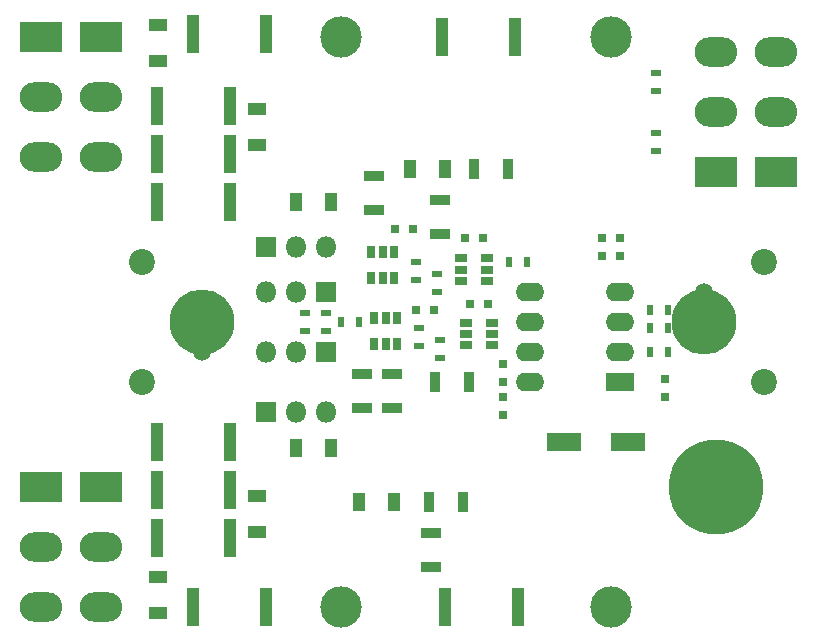
<source format=gbr>
G04 #@! TF.FileFunction,Soldermask,Top*
%FSLAX46Y46*%
G04 Gerber Fmt 4.6, Leading zero omitted, Abs format (unit mm)*
G04 Created by KiCad (PCBNEW 4.0.2-stable) date 10/6/2017 5:38:16 PM*
%MOMM*%
G01*
G04 APERTURE LIST*
%ADD10C,0.100000*%
%ADD11R,1.700000X0.900000*%
%ADD12R,0.900000X0.500000*%
%ADD13R,0.750000X0.800000*%
%ADD14R,3.000000X1.600000*%
%ADD15R,0.800000X0.750000*%
%ADD16R,1.000000X1.600000*%
%ADD17R,1.600000X1.000000*%
%ADD18C,5.500000*%
%ADD19C,1.500000*%
%ADD20C,2.200000*%
%ADD21O,3.600000X2.500000*%
%ADD22R,3.600000X2.500000*%
%ADD23R,1.800000X1.800000*%
%ADD24O,1.800000X1.800000*%
%ADD25R,0.500000X0.900000*%
%ADD26R,1.000000X3.200000*%
%ADD27R,0.900000X1.700000*%
%ADD28R,2.400000X1.600000*%
%ADD29O,2.400000X1.600000*%
%ADD30C,8.000000*%
%ADD31C,3.500000*%
%ADD32R,1.060000X0.650000*%
%ADD33R,0.650000X1.060000*%
G04 APERTURE END LIST*
D10*
D11*
X180594000Y-170868000D03*
X180594000Y-167968000D03*
D12*
X185928000Y-176288000D03*
X185928000Y-177788000D03*
X186182000Y-183376000D03*
X186182000Y-181876000D03*
X204470000Y-165850000D03*
X204470000Y-164350000D03*
X184404000Y-182360000D03*
X184404000Y-180860000D03*
D13*
X205232000Y-186678000D03*
X205232000Y-185178000D03*
D14*
X202090000Y-190500000D03*
X196690000Y-190500000D03*
D13*
X191516000Y-185408000D03*
X191516000Y-183908000D03*
D15*
X199910000Y-174752000D03*
X201410000Y-174752000D03*
D16*
X186666000Y-167386000D03*
X183666000Y-167386000D03*
D13*
X191516000Y-186702000D03*
X191516000Y-188202000D03*
D15*
X199910000Y-173228000D03*
X201410000Y-173228000D03*
D16*
X179348000Y-195580000D03*
X182348000Y-195580000D03*
D15*
X189853000Y-173228000D03*
X188353000Y-173228000D03*
X188734000Y-178816000D03*
X190234000Y-178816000D03*
X183884000Y-172466000D03*
X182384000Y-172466000D03*
X184162000Y-179324000D03*
X185662000Y-179324000D03*
D17*
X170688000Y-198096000D03*
X170688000Y-195096000D03*
X170688000Y-162330000D03*
X170688000Y-165330000D03*
D16*
X174014000Y-170180000D03*
X177014000Y-170180000D03*
X177014000Y-191008000D03*
X174014000Y-191008000D03*
D18*
X208600000Y-180340000D03*
D19*
X208600000Y-177800000D03*
D20*
X213680000Y-175260000D03*
X213680000Y-185420000D03*
D21*
X214630000Y-157480000D03*
X214630000Y-162560000D03*
D22*
X214630000Y-167640000D03*
X209550000Y-167640000D03*
D21*
X209550000Y-162560000D03*
X209550000Y-157480000D03*
X152400000Y-166370000D03*
X152400000Y-161290000D03*
D22*
X152400000Y-156210000D03*
X157480000Y-156210000D03*
D21*
X157480000Y-161290000D03*
X157480000Y-166370000D03*
X152400000Y-204470000D03*
X152400000Y-199390000D03*
D22*
X152400000Y-194310000D03*
X157480000Y-194310000D03*
D21*
X157480000Y-199390000D03*
X157480000Y-204470000D03*
D18*
X166050000Y-180340000D03*
D19*
X166050000Y-182880000D03*
D20*
X160970000Y-185420000D03*
X160970000Y-175260000D03*
D23*
X171450000Y-173990000D03*
D24*
X173990000Y-173990000D03*
X176530000Y-173990000D03*
D23*
X171450000Y-187960000D03*
D24*
X173990000Y-187960000D03*
X176530000Y-187960000D03*
D23*
X176530000Y-177800000D03*
D24*
X173990000Y-177800000D03*
X171450000Y-177800000D03*
D23*
X176530000Y-182880000D03*
D24*
X173990000Y-182880000D03*
X171450000Y-182880000D03*
D25*
X205474000Y-179324000D03*
X203974000Y-179324000D03*
X205474000Y-180848000D03*
X203974000Y-180848000D03*
X205474000Y-182880000D03*
X203974000Y-182880000D03*
D11*
X182118000Y-184732000D03*
X182118000Y-187632000D03*
X179578000Y-187632000D03*
X179578000Y-184732000D03*
D26*
X165302000Y-155956000D03*
X171502000Y-155956000D03*
X171502000Y-204470000D03*
X165302000Y-204470000D03*
D25*
X193536000Y-175260000D03*
X192036000Y-175260000D03*
D12*
X204470000Y-159270000D03*
X204470000Y-160770000D03*
D11*
X186182000Y-170000000D03*
X186182000Y-172900000D03*
D27*
X188140000Y-195580000D03*
X185240000Y-195580000D03*
D12*
X184150000Y-175272000D03*
X184150000Y-176772000D03*
D27*
X188648000Y-185420000D03*
X185748000Y-185420000D03*
D25*
X179312000Y-180340000D03*
X177812000Y-180340000D03*
D26*
X162254000Y-170180000D03*
X168454000Y-170180000D03*
X168454000Y-190500000D03*
X162254000Y-190500000D03*
X162254000Y-166116000D03*
X168454000Y-166116000D03*
X168454000Y-194564000D03*
X162254000Y-194564000D03*
X162254000Y-162052000D03*
X168454000Y-162052000D03*
X168454000Y-198628000D03*
X162254000Y-198628000D03*
X186384000Y-156210000D03*
X192584000Y-156210000D03*
X186638000Y-204470000D03*
X192838000Y-204470000D03*
D28*
X201422000Y-185420000D03*
D29*
X193802000Y-177800000D03*
X201422000Y-182880000D03*
X193802000Y-180340000D03*
X201422000Y-180340000D03*
X193802000Y-182880000D03*
X201422000Y-177800000D03*
X193802000Y-185420000D03*
D30*
X209550000Y-194310000D03*
D31*
X200660000Y-156210000D03*
X177800000Y-156210000D03*
X200660000Y-204470000D03*
D12*
X174752000Y-179590000D03*
X174752000Y-181090000D03*
X176530000Y-179590000D03*
X176530000Y-181090000D03*
D31*
X177800000Y-204470000D03*
D32*
X188003000Y-174945000D03*
X188003000Y-175895000D03*
X188003000Y-176845000D03*
X190203000Y-176845000D03*
X190203000Y-174945000D03*
X190203000Y-175895000D03*
X188384000Y-180406000D03*
X188384000Y-181356000D03*
X188384000Y-182306000D03*
X190584000Y-182306000D03*
X190584000Y-180406000D03*
X190584000Y-181356000D03*
D33*
X182306000Y-174414000D03*
X181356000Y-174414000D03*
X180406000Y-174414000D03*
X180406000Y-176614000D03*
X182306000Y-176614000D03*
X181356000Y-176614000D03*
X182560000Y-180002000D03*
X181610000Y-180002000D03*
X180660000Y-180002000D03*
X180660000Y-182202000D03*
X182560000Y-182202000D03*
X181610000Y-182202000D03*
D17*
X162306000Y-158218000D03*
X162306000Y-155218000D03*
X162306000Y-201954000D03*
X162306000Y-204954000D03*
D27*
X189050000Y-167386000D03*
X191950000Y-167386000D03*
D11*
X185420000Y-201094000D03*
X185420000Y-198194000D03*
M02*

</source>
